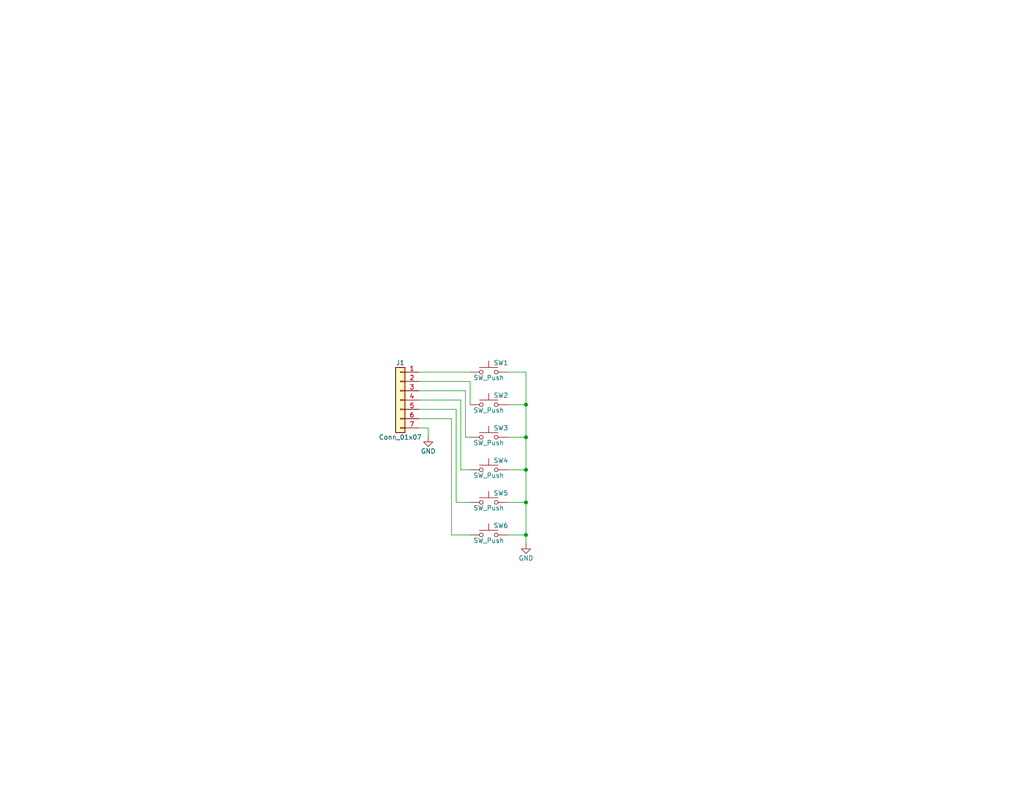
<source format=kicad_sch>
(kicad_sch (version 20231120) (generator "eeschema") (generator_version "8.0")
  (paper "A")
  (title_block (title "Breadboard Tactile Push Swtich") (date "2024-06-14") (company "Perry Leumas"))
  (lib_symbols
    (symbol "Connector_Generic:Conn_01x07" (pin_names (offset 1.016) hide)
      (property "Reference" "J" (at 0 10.16 0))
      (property "Value" "Conn_01x07" (at 0 -10.16 0))
      (symbol "Conn_01x07_1_1"
        (rectangle (start -1.27 -7.493) (end 0 -7.747) (stroke (width 0.1524)))
        (rectangle (start -1.27 -4.953) (end 0 -5.207) (stroke (width 0.1524)))
        (rectangle (start -1.27 -2.413) (end 0 -2.667) (stroke (width 0.1524)))
        (rectangle (start -1.27 0.127) (end 0 -0.127) (stroke (width 0.1524)))
        (rectangle (start -1.27 2.667) (end 0 2.413) (stroke (width 0.1524)))
        (rectangle (start -1.27 5.207) (end 0 4.953) (stroke (width 0.1524)))
        (rectangle (start -1.27 7.747) (end 0 7.493) (stroke (width 0.1524)))
        (rectangle (start -1.27 8.89) (end 1.27 -8.89) (stroke (width 0.254)) (fill (type background)))
        (pin passive line (at -5.08 7.62 0) (length 3.81) (name "Pin_1") (number "1"))
        (pin passive line (at -5.08 5.08 0) (length 3.81) (name "Pin_2") (number "2"))
        (pin passive line (at -5.08 2.54 0) (length 3.81) (name "Pin_3") (number "3"))
        (pin passive line (at -5.08 0 0) (length 3.81) (name "Pin_4") (number "4"))
        (pin passive line (at -5.08 -2.54 0) (length 3.81) (name "Pin_5") (number "5"))
        (pin passive line (at -5.08 -5.08 0) (length 3.81) (name "Pin_6") (number "6"))
        (pin passive line (at -5.08 -7.62 0) (length 3.81) (name "Pin_7") (number "7"))
      )
    )
    (symbol "Switch:SW_Push" (pin_numbers hide) (pin_names (offset 1.016) hide)
      (property "Reference" "SW" (at 1.27 2.54 0))
      (property "Value" "SW_Push" (at 0 -1.524 0))
      (symbol "SW_Push_0_1"
        (circle (center -2.032 0) (radius 0.508))
        (polyline (pts (xy 0 1.27) (xy 0 3.048)))
        (polyline (pts (xy 2.54 1.27) (xy -2.54 1.27)))
        (circle (center 2.032 0) (radius 0.508))
        (pin passive line (at -5.08 0 0) (length 2.54) (name "1") (number "1"))
        (pin passive line (at 5.08 0 180) (length 2.54) (name "2") (number "2"))
      )
    )
    (symbol "power:GND" (power) (pin_numbers hide) (pin_names (offset 0) hide)
      (property "Value" "GND" (at 0 -3.81 0))
      (symbol "GND_0_1"
        (polyline (pts (xy 0 0) (xy 0 -1.27) (xy 1.27 -1.27) (xy 0 -2.54) (xy -1.27 -1.27) (xy 0 -1.27)))
      )
      (symbol "GND_1_1"
        (pin power_in line (at 0 0 270) (length 0) (name "~") (number "1"))
      )
    )
  )
  (junction (at 143.51 137.16))
  (junction (at 143.51 119.38))
  (junction (at 143.51 110.49))
  (junction (at 143.51 128.27))
  (junction (at 143.51 146.05))
  (wire (pts (xy 128.27 137.16) (xy 124.46 137.16)))
  (wire (pts (xy 143.51 101.6) (xy 143.51 110.49)))
  (wire (pts (xy 128.27 119.38) (xy 127 119.38)))
  (wire (pts (xy 125.73 109.22) (xy 114.3 109.22)))
  (wire (pts (xy 116.84 119.38) (xy 116.84 116.84)))
  (wire (pts (xy 124.46 137.16) (xy 124.46 111.76)))
  (wire (pts (xy 123.19 114.3) (xy 114.3 114.3)))
  (wire (pts (xy 143.51 146.05) (xy 138.43 146.05)))
  (wire (pts (xy 128.27 110.49) (xy 128.27 104.14)))
  (wire (pts (xy 128.27 146.05) (xy 123.19 146.05)))
  (wire (pts (xy 116.84 116.84) (xy 114.3 116.84)))
  (wire (pts (xy 138.43 128.27) (xy 143.51 128.27)))
  (wire (pts (xy 124.46 111.76) (xy 114.3 111.76)))
  (wire (pts (xy 127 106.68) (xy 114.3 106.68)))
  (wire (pts (xy 138.43 137.16) (xy 143.51 137.16)))
  (wire (pts (xy 114.3 101.6) (xy 128.27 101.6)))
  (wire (pts (xy 138.43 119.38) (xy 143.51 119.38)))
  (wire (pts (xy 138.43 110.49) (xy 143.51 110.49)))
  (wire (pts (xy 123.19 146.05) (xy 123.19 114.3)))
  (wire (pts (xy 143.51 119.38) (xy 143.51 128.27)))
  (wire (pts (xy 127 119.38) (xy 127 106.68)))
  (wire (pts (xy 143.51 110.49) (xy 143.51 119.38)))
  (wire (pts (xy 143.51 146.05) (xy 143.51 148.59)))
  (wire (pts (xy 138.43 101.6) (xy 143.51 101.6)))
  (wire (pts (xy 128.27 104.14) (xy 114.3 104.14)))
  (wire (pts (xy 128.27 128.27) (xy 125.73 128.27)))
  (wire (pts (xy 143.51 128.27) (xy 143.51 137.16)))
  (wire (pts (xy 125.73 128.27) (xy 125.73 109.22)))
  (wire (pts (xy 143.51 137.16) (xy 143.51 146.05)))
  (symbol (lib_id "Switch:SW_Push") (at 133.35 110.49 0) (unit 1)
    (property "Reference" "SW2" (at 134.62 107.95 0) (effects (justify left)))
    (property "Value" "SW_Push" (at 133.35 112.014 0))
    (property "Footprint" "pl_Button_THT:push_button_6mm_2pin" (effects (hide yes)))
    (property "Description" "Push button switch, generic, two pins" (effects (hide yes)))
  )
  (symbol (lib_id "power:GND") (at 143.51 148.59 0) (unit 1)
    (property "Reference" "#PWR02" (effects (hide yes)))
    (property "Value" "GND" (at 143.51 152.4 0))
    (property "Description" "Power symbol creates a global label with name \"GND\" , ground" (effects (hide yes)))
  )
  (symbol (lib_id "Connector_Generic:Conn_01x07") (at 109.22 109.22 0) (mirror y) (unit 1)
    (property "Reference" "J1" (at 109.22 99.06 0))
    (property "Value" "Conn_01x07" (at 109.22 119.38 0))
    (property "Footprint" "Connector_PinHeader_2.54mm:PinHeader_1x07_P2.54mm_Vertical" (effects (hide yes)))
    (property "Description" "Generic connector, single row, 01x07, script generated (kicad-library-utils/schlib/autogen/connector/)" (effects (hide yes)))
  )
  (symbol (lib_id "Switch:SW_Push") (at 133.35 119.38 0) (unit 1)
    (property "Reference" "SW3" (at 134.62 116.84 0) (effects (justify left)))
    (property "Value" "SW_Push" (at 133.35 120.904 0))
    (property "Footprint" "pl_Button_THT:push_button_6mm_2pin" (effects (hide yes)))
    (property "Description" "Push button switch, generic, two pins" (effects (hide yes)))
  )
  (symbol (lib_id "Switch:SW_Push") (at 133.35 137.16 0) (unit 1)
    (property "Reference" "SW5" (at 134.62 134.62 0) (effects (justify left)))
    (property "Value" "SW_Push" (at 133.35 138.684 0))
    (property "Footprint" "pl_Button_THT:push_button_6mm_2pin" (effects (hide yes)))
    (property "Description" "Push button switch, generic, two pins" (effects (hide yes)))
  )
  (symbol (lib_id "Switch:SW_Push") (at 133.35 146.05 0) (unit 1)
    (property "Reference" "SW6" (at 134.62 143.51 0) (effects (justify left)))
    (property "Value" "SW_Push" (at 133.35 147.574 0))
    (property "Footprint" "pl_Button_THT:push_button_6mm_2pin" (effects (hide yes)))
    (property "Description" "Push button switch, generic, two pins" (effects (hide yes)))
  )
  (symbol (lib_id "Switch:SW_Push") (at 133.35 101.6 0) (unit 1)
    (property "Reference" "SW1" (at 134.62 99.06 0) (effects (justify left)))
    (property "Value" "SW_Push" (at 133.35 103.124 0))
    (property "Footprint" "pl_Button_THT:push_button_6mm_2pin" (effects (hide yes)))
    (property "Description" "Push button switch, generic, two pins" (effects (hide yes)))
  )
  (symbol (lib_id "Switch:SW_Push") (at 133.35 128.27 0) (unit 1)
    (property "Reference" "SW4" (at 134.62 125.73 0) (effects (justify left)))
    (property "Value" "SW_Push" (at 133.35 129.794 0))
    (property "Footprint" "pl_Button_THT:push_button_6mm_2pin" (effects (hide yes)))
    (property "Description" "Push button switch, generic, two pins" (effects (hide yes)))
  )
  (symbol (lib_id "power:GND") (at 116.84 119.38 0) (unit 1)
    (property "Reference" "#PWR01" (effects (hide yes)))
    (property "Value" "GND" (at 116.84 123.19 0))
    (property "Description" "Power symbol creates a global label with name \"GND\" , ground" (effects (hide yes)))
  )
)
</source>
